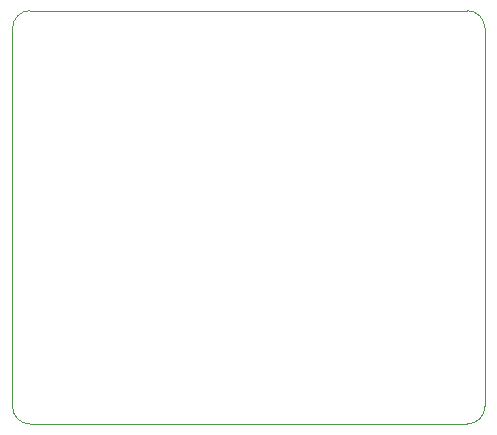
<source format=gm1>
%TF.GenerationSoftware,KiCad,Pcbnew,(6.0.7)*%
%TF.CreationDate,2022-08-03T23:31:13+02:00*%
%TF.ProjectId,rj45-pinheader-breakout,726a3435-2d70-4696-9e68-65616465722d,rev?*%
%TF.SameCoordinates,Original*%
%TF.FileFunction,Profile,NP*%
%FSLAX46Y46*%
G04 Gerber Fmt 4.6, Leading zero omitted, Abs format (unit mm)*
G04 Created by KiCad (PCBNEW (6.0.7)) date 2022-08-03 23:31:13*
%MOMM*%
%LPD*%
G01*
G04 APERTURE LIST*
%TA.AperFunction,Profile*%
%ADD10C,0.100000*%
%TD*%
G04 APERTURE END LIST*
D10*
X163000000Y-66500000D02*
X163000000Y-98500000D01*
X124500000Y-100000000D02*
X161500000Y-100000000D01*
X163000000Y-66500000D02*
G75*
G03*
X161500000Y-65000000I-1500000J0D01*
G01*
X161500000Y-100000000D02*
G75*
G03*
X163000000Y-98500000I0J1500000D01*
G01*
X123000000Y-98500000D02*
G75*
G03*
X124500000Y-100000000I1500000J0D01*
G01*
X124500000Y-65000000D02*
G75*
G03*
X123000000Y-66500000I0J-1500000D01*
G01*
X123000000Y-66500000D02*
X123000000Y-98500000D01*
X124500000Y-65000000D02*
X161500000Y-65000000D01*
M02*

</source>
